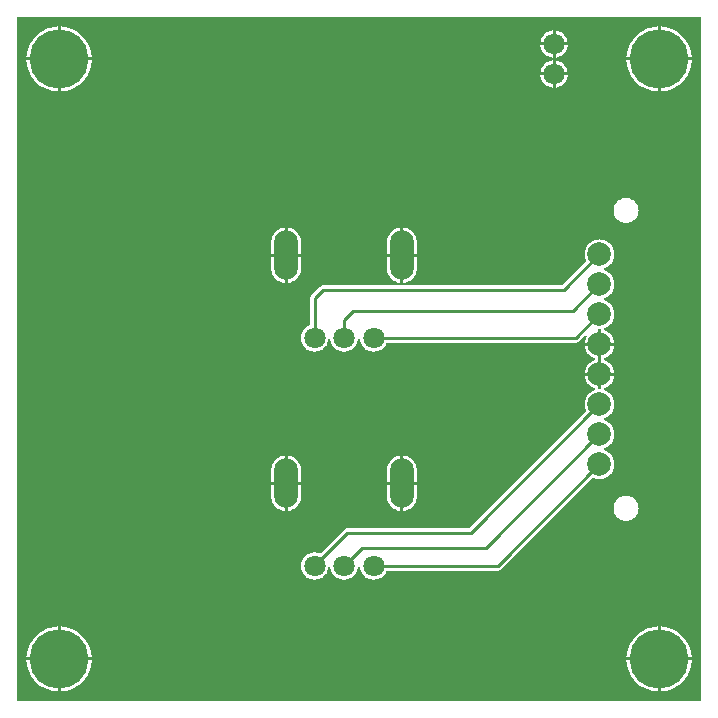
<source format=gtl>
G04 Layer: TopLayer*
G04 EasyEDA v6.5.22, 2022-12-26 15:03:30*
G04 20e87ce0830a48a89b1795290e5d5ea8,5a6b42c53f6a479593ecc07194224c93,10*
G04 Gerber Generator version 0.2*
G04 Scale: 100 percent, Rotated: No, Reflected: No *
G04 Dimensions in millimeters *
G04 leading zeros omitted , absolute positions ,4 integer and 5 decimal *
%FSLAX45Y45*%
%MOMM*%

%ADD10C,0.2540*%
%ADD11C,1.8001*%
%ADD12O,1.9999959999999999X4.19989*%
%ADD13C,5.0000*%
%ADD14C,1.8000*%
%ADD15C,2.0000*%
%ADD16C,0.0139*%

%LPD*%
G36*
X5805932Y25908D02*
G01*
X36068Y26416D01*
X32156Y27178D01*
X28905Y29362D01*
X26670Y32664D01*
X25908Y36576D01*
X25908Y5805932D01*
X26670Y5809843D01*
X28905Y5813094D01*
X32156Y5815330D01*
X36068Y5816092D01*
X5805932Y5816092D01*
X5809843Y5815330D01*
X5813094Y5813094D01*
X5815330Y5809843D01*
X5816092Y5805932D01*
X5816092Y36068D01*
X5815330Y32207D01*
X5813094Y28905D01*
X5809843Y26670D01*
G37*

%LPC*%
G36*
X4456887Y5600700D02*
G01*
X4559300Y5600700D01*
X4559300Y5702960D01*
X4550308Y5701842D01*
X4536186Y5698236D01*
X4522673Y5692851D01*
X4509922Y5685840D01*
X4498136Y5677306D01*
X4487519Y5667349D01*
X4478223Y5656122D01*
X4470450Y5643829D01*
X4464253Y5630672D01*
X4459732Y5616803D01*
X4457039Y5602528D01*
G37*
G36*
X393700Y105562D02*
G01*
X398322Y105664D01*
X421284Y108051D01*
X443992Y112369D01*
X466242Y118618D01*
X487934Y126644D01*
X508812Y136499D01*
X528828Y148031D01*
X547827Y161239D01*
X565607Y175971D01*
X582117Y192125D01*
X597204Y209600D01*
X610819Y228295D01*
X622757Y248107D01*
X633018Y268782D01*
X641553Y290271D01*
X648208Y312369D01*
X653034Y334975D01*
X655929Y357936D01*
X656336Y368300D01*
X393700Y368300D01*
G37*
G36*
X5448300Y105613D02*
G01*
X5448300Y368300D01*
X5185410Y368300D01*
X5187289Y346405D01*
X5191150Y323646D01*
X5196890Y301244D01*
X5204460Y279450D01*
X5213858Y258317D01*
X5224983Y238099D01*
X5237784Y218846D01*
X5252161Y200710D01*
X5267960Y183896D01*
X5285130Y168402D01*
X5303520Y154432D01*
X5323027Y142087D01*
X5343499Y131368D01*
X5364835Y122428D01*
X5386781Y115265D01*
X5409285Y109982D01*
X5432145Y106629D01*
G37*
G36*
X368300Y105613D02*
G01*
X368300Y368300D01*
X105410Y368300D01*
X107289Y346405D01*
X111150Y323646D01*
X116890Y301244D01*
X124460Y279450D01*
X133858Y258317D01*
X144983Y238099D01*
X157784Y218846D01*
X172161Y200710D01*
X187960Y183896D01*
X205130Y168402D01*
X223520Y154432D01*
X243027Y142087D01*
X263499Y131368D01*
X284835Y122428D01*
X306781Y115265D01*
X329285Y109982D01*
X352145Y106629D01*
G37*
G36*
X5473700Y393700D02*
G01*
X5736336Y393700D01*
X5735929Y404063D01*
X5733034Y427024D01*
X5728208Y449630D01*
X5721553Y471728D01*
X5713018Y493217D01*
X5702757Y513892D01*
X5690819Y533704D01*
X5677204Y552348D01*
X5662117Y569874D01*
X5645607Y586028D01*
X5627827Y600760D01*
X5608828Y613968D01*
X5588812Y625500D01*
X5567934Y635355D01*
X5546242Y643382D01*
X5523992Y649630D01*
X5501284Y653948D01*
X5478322Y656336D01*
X5473700Y656437D01*
G37*
G36*
X393700Y393700D02*
G01*
X656336Y393700D01*
X655929Y404063D01*
X653034Y427024D01*
X648208Y449630D01*
X641553Y471728D01*
X633018Y493217D01*
X622757Y513892D01*
X610819Y533704D01*
X597204Y552348D01*
X582117Y569874D01*
X565607Y586028D01*
X547827Y600760D01*
X528828Y613968D01*
X508812Y625500D01*
X487934Y635355D01*
X466242Y643382D01*
X443992Y649630D01*
X421284Y653948D01*
X398322Y656336D01*
X393700Y656437D01*
G37*
G36*
X5185410Y393700D02*
G01*
X5448300Y393700D01*
X5448300Y656386D01*
X5432145Y655370D01*
X5409285Y652018D01*
X5386781Y646734D01*
X5364835Y639572D01*
X5343499Y630631D01*
X5323027Y619912D01*
X5303520Y607568D01*
X5285130Y593598D01*
X5267960Y578104D01*
X5252161Y561289D01*
X5237784Y543153D01*
X5224983Y523900D01*
X5213858Y503682D01*
X5204460Y482549D01*
X5196890Y460756D01*
X5191150Y438353D01*
X5187289Y415594D01*
G37*
G36*
X105410Y393700D02*
G01*
X368300Y393700D01*
X368300Y656386D01*
X352145Y655370D01*
X329285Y652018D01*
X306781Y646734D01*
X284835Y639572D01*
X263499Y630631D01*
X243027Y619912D01*
X223520Y607568D01*
X205130Y593598D01*
X187960Y578104D01*
X172161Y561289D01*
X157784Y543153D01*
X144983Y523900D01*
X133858Y503682D01*
X124460Y482549D01*
X116890Y460756D01*
X111150Y438353D01*
X107289Y415594D01*
G37*
G36*
X2536698Y1052728D02*
G01*
X2551277Y1052728D01*
X2565704Y1054557D01*
X2579776Y1058164D01*
X2593340Y1063548D01*
X2606090Y1070559D01*
X2617876Y1079093D01*
X2628442Y1089050D01*
X2637739Y1100277D01*
X2645562Y1112570D01*
X2651760Y1125728D01*
X2656230Y1139596D01*
X2659024Y1154125D01*
X2660497Y1157833D01*
X2663291Y1160627D01*
X2667000Y1162202D01*
X2670962Y1162202D01*
X2674670Y1160627D01*
X2677464Y1157833D01*
X2678988Y1154125D01*
X2681732Y1139596D01*
X2686253Y1125728D01*
X2692450Y1112570D01*
X2700223Y1100277D01*
X2709519Y1089050D01*
X2720136Y1079093D01*
X2731871Y1070559D01*
X2744673Y1063548D01*
X2758186Y1058164D01*
X2772257Y1054557D01*
X2786735Y1052728D01*
X2801264Y1052728D01*
X2815691Y1054557D01*
X2829814Y1058164D01*
X2843326Y1063548D01*
X2856077Y1070559D01*
X2867863Y1079093D01*
X2878480Y1089050D01*
X2887776Y1100277D01*
X2895549Y1112570D01*
X2901746Y1125728D01*
X2906268Y1139596D01*
X2909011Y1154074D01*
X2910484Y1157732D01*
X2913329Y1160576D01*
X2916986Y1162100D01*
X2921000Y1162100D01*
X2924657Y1160576D01*
X2927451Y1157732D01*
X2928975Y1154074D01*
X2931718Y1139596D01*
X2936240Y1125728D01*
X2942437Y1112570D01*
X2950210Y1100277D01*
X2959506Y1089050D01*
X2970123Y1079093D01*
X2981858Y1070559D01*
X2994660Y1063548D01*
X3008172Y1058164D01*
X3022244Y1054557D01*
X3036722Y1052728D01*
X3051251Y1052728D01*
X3065678Y1054557D01*
X3079800Y1058164D01*
X3093313Y1063548D01*
X3106064Y1070559D01*
X3117850Y1079093D01*
X3128467Y1089050D01*
X3137763Y1100277D01*
X3145536Y1112570D01*
X3150920Y1123950D01*
X3153156Y1127048D01*
X3156356Y1129080D01*
X3160115Y1129792D01*
X4095242Y1129792D01*
X4103268Y1130604D01*
X4110482Y1132789D01*
X4117187Y1136345D01*
X4123385Y1141476D01*
X4894224Y1912264D01*
X4897628Y1914499D01*
X4901590Y1915261D01*
X4905603Y1914347D01*
X4911953Y1911502D01*
X4926482Y1906981D01*
X4941417Y1904238D01*
X4956606Y1903323D01*
X4971745Y1904238D01*
X4986731Y1906981D01*
X5001209Y1911502D01*
X5015077Y1917750D01*
X5028082Y1925574D01*
X5040071Y1934972D01*
X5050840Y1945741D01*
X5060188Y1957679D01*
X5068062Y1970684D01*
X5074310Y1984552D01*
X5078831Y1999081D01*
X5081574Y2014016D01*
X5082489Y2029206D01*
X5081574Y2044395D01*
X5078831Y2059330D01*
X5074310Y2073859D01*
X5068062Y2087676D01*
X5060188Y2100732D01*
X5050840Y2112670D01*
X5040071Y2123440D01*
X5028082Y2132787D01*
X5015077Y2140661D01*
X5001158Y2146909D01*
X4998008Y2149144D01*
X4995926Y2152396D01*
X4995164Y2156206D01*
X4995926Y2160016D01*
X4998008Y2163216D01*
X5001158Y2165451D01*
X5015077Y2171750D01*
X5028082Y2179574D01*
X5040071Y2188972D01*
X5050840Y2199741D01*
X5060188Y2211679D01*
X5068062Y2224684D01*
X5074310Y2238552D01*
X5078831Y2253081D01*
X5081574Y2268016D01*
X5082489Y2283206D01*
X5081574Y2298395D01*
X5078831Y2313330D01*
X5074310Y2327859D01*
X5068062Y2341676D01*
X5060188Y2354732D01*
X5050840Y2366670D01*
X5040071Y2377440D01*
X5028082Y2386787D01*
X5015077Y2394661D01*
X5001158Y2400909D01*
X4998008Y2403144D01*
X4995926Y2406396D01*
X4995164Y2410206D01*
X4995926Y2414016D01*
X4998008Y2417216D01*
X5001158Y2419451D01*
X5015077Y2425750D01*
X5028082Y2433574D01*
X5040071Y2442972D01*
X5050840Y2453741D01*
X5060188Y2465679D01*
X5068062Y2478684D01*
X5074310Y2492552D01*
X5078831Y2507081D01*
X5081574Y2522016D01*
X5082489Y2537206D01*
X5081574Y2552395D01*
X5078831Y2567330D01*
X5074310Y2581859D01*
X5068062Y2595676D01*
X5060188Y2608732D01*
X5050840Y2620670D01*
X5040071Y2631440D01*
X5028082Y2640787D01*
X5015077Y2648661D01*
X5001158Y2654909D01*
X4998008Y2657144D01*
X4995926Y2660396D01*
X4995164Y2664206D01*
X4995926Y2668016D01*
X4998008Y2671216D01*
X5001158Y2673451D01*
X5015077Y2679750D01*
X5028082Y2687574D01*
X5040071Y2696972D01*
X5050840Y2707741D01*
X5060188Y2719679D01*
X5068062Y2732684D01*
X5074310Y2746552D01*
X5078831Y2761081D01*
X5081574Y2776016D01*
X5081727Y2778506D01*
X4969306Y2778506D01*
X4969306Y2673096D01*
X4968494Y2669235D01*
X4966309Y2665933D01*
X4963007Y2663748D01*
X4959146Y2662936D01*
X4954066Y2662936D01*
X4950155Y2663748D01*
X4946853Y2665933D01*
X4944668Y2669235D01*
X4943906Y2673096D01*
X4943906Y2778506D01*
X4831486Y2778506D01*
X4831638Y2776016D01*
X4834382Y2761081D01*
X4838903Y2746552D01*
X4845100Y2732684D01*
X4852974Y2719679D01*
X4862372Y2707741D01*
X4873091Y2696972D01*
X4885080Y2687574D01*
X4898085Y2679750D01*
X4912004Y2673451D01*
X4915154Y2671216D01*
X4917287Y2668016D01*
X4917998Y2664206D01*
X4917287Y2660396D01*
X4915154Y2657144D01*
X4912004Y2654909D01*
X4898085Y2648661D01*
X4885080Y2640787D01*
X4873091Y2631440D01*
X4862372Y2620670D01*
X4852974Y2608732D01*
X4845100Y2595676D01*
X4838903Y2581859D01*
X4834382Y2567330D01*
X4831638Y2552395D01*
X4830724Y2537206D01*
X4831638Y2522016D01*
X4834382Y2507081D01*
X4838903Y2492552D01*
X4841748Y2486253D01*
X4842611Y2482240D01*
X4841900Y2478278D01*
X4839665Y2474874D01*
X3854145Y1489405D01*
X3850843Y1487170D01*
X3846982Y1486408D01*
X2819908Y1486408D01*
X2811881Y1485595D01*
X2804617Y1483410D01*
X2797962Y1479854D01*
X2791764Y1474724D01*
X2595829Y1278839D01*
X2592578Y1276654D01*
X2588768Y1275892D01*
X2584907Y1276604D01*
X2579776Y1278636D01*
X2565704Y1282242D01*
X2551277Y1284071D01*
X2536698Y1284071D01*
X2522270Y1282242D01*
X2508148Y1278636D01*
X2494635Y1273251D01*
X2481884Y1266240D01*
X2470099Y1257706D01*
X2459482Y1247749D01*
X2450236Y1236522D01*
X2442413Y1224229D01*
X2436215Y1211072D01*
X2431745Y1197203D01*
X2429002Y1182928D01*
X2428087Y1168400D01*
X2429002Y1153871D01*
X2431745Y1139596D01*
X2436215Y1125728D01*
X2442413Y1112570D01*
X2450236Y1100277D01*
X2459482Y1089050D01*
X2470099Y1079093D01*
X2481884Y1070559D01*
X2494635Y1063548D01*
X2508148Y1058164D01*
X2522270Y1054557D01*
G37*
G36*
X4584700Y5600700D02*
G01*
X4687112Y5600700D01*
X4686960Y5602528D01*
X4684268Y5616803D01*
X4679746Y5630672D01*
X4673549Y5643829D01*
X4665776Y5656122D01*
X4656480Y5667349D01*
X4645863Y5677306D01*
X4634077Y5685840D01*
X4621326Y5692851D01*
X4607814Y5698236D01*
X4593691Y5701842D01*
X4584700Y5702960D01*
G37*
G36*
X105410Y5473700D02*
G01*
X368300Y5473700D01*
X368300Y5736386D01*
X352145Y5735370D01*
X329285Y5732018D01*
X306781Y5726734D01*
X284835Y5719572D01*
X263499Y5710631D01*
X243027Y5699912D01*
X223520Y5687568D01*
X205130Y5673598D01*
X187960Y5658104D01*
X172161Y5641289D01*
X157784Y5623153D01*
X144983Y5603900D01*
X133858Y5583682D01*
X124460Y5562549D01*
X116890Y5540756D01*
X111150Y5518353D01*
X107289Y5495594D01*
G37*
G36*
X5185410Y5473700D02*
G01*
X5448300Y5473700D01*
X5448300Y5736386D01*
X5432145Y5735370D01*
X5409285Y5732018D01*
X5386781Y5726734D01*
X5364835Y5719572D01*
X5343499Y5710631D01*
X5323027Y5699912D01*
X5303520Y5687568D01*
X5285130Y5673598D01*
X5267960Y5658104D01*
X5252161Y5641289D01*
X5237784Y5623153D01*
X5224983Y5603900D01*
X5213858Y5583682D01*
X5204460Y5562549D01*
X5196890Y5540756D01*
X5191150Y5518353D01*
X5187289Y5495594D01*
G37*
G36*
X5181600Y1551736D02*
G01*
X5195417Y1552600D01*
X5208981Y1555343D01*
X5222138Y1559763D01*
X5234533Y1565910D01*
X5246065Y1573580D01*
X5256479Y1582724D01*
X5265623Y1593138D01*
X5273294Y1604670D01*
X5279440Y1617065D01*
X5283860Y1630222D01*
X5286603Y1643786D01*
X5287467Y1657604D01*
X5286603Y1671421D01*
X5283860Y1684985D01*
X5279440Y1698142D01*
X5273294Y1710537D01*
X5265623Y1722069D01*
X5256479Y1732483D01*
X5246065Y1741627D01*
X5234533Y1749298D01*
X5222138Y1755444D01*
X5208981Y1759864D01*
X5195417Y1762607D01*
X5181600Y1763471D01*
X5167782Y1762607D01*
X5154218Y1759864D01*
X5141061Y1755444D01*
X5128666Y1749298D01*
X5117134Y1741627D01*
X5106720Y1732483D01*
X5097576Y1722069D01*
X5089906Y1710537D01*
X5083759Y1698142D01*
X5079339Y1684985D01*
X5076596Y1671421D01*
X5075732Y1657604D01*
X5076596Y1643786D01*
X5079339Y1630222D01*
X5083759Y1617065D01*
X5089906Y1604670D01*
X5097576Y1593138D01*
X5106720Y1582724D01*
X5117134Y1573580D01*
X5128666Y1565910D01*
X5141061Y1559763D01*
X5154218Y1555343D01*
X5167782Y1552600D01*
G37*
G36*
X2316683Y1633270D02*
G01*
X2319172Y1633423D01*
X2334107Y1636166D01*
X2348636Y1640687D01*
X2362504Y1646936D01*
X2375509Y1654810D01*
X2387498Y1664157D01*
X2398217Y1674926D01*
X2407615Y1686915D01*
X2415489Y1699920D01*
X2421686Y1713738D01*
X2426208Y1728266D01*
X2428951Y1743252D01*
X2429916Y1758696D01*
X2429916Y1855673D01*
X2316683Y1855673D01*
G37*
G36*
X3296716Y1633270D02*
G01*
X3299155Y1633423D01*
X3314141Y1636166D01*
X3328619Y1640687D01*
X3342487Y1646936D01*
X3355492Y1654810D01*
X3367481Y1664157D01*
X3378200Y1674926D01*
X3387598Y1686915D01*
X3395472Y1699920D01*
X3401720Y1713738D01*
X3406241Y1728266D01*
X3408984Y1743252D01*
X3409899Y1758696D01*
X3409899Y1855673D01*
X3296716Y1855673D01*
G37*
G36*
X2291283Y1633270D02*
G01*
X2291283Y1855673D01*
X2178100Y1855673D01*
X2178100Y1758696D01*
X2179015Y1743252D01*
X2181758Y1728266D01*
X2186279Y1713738D01*
X2192528Y1699920D01*
X2200402Y1686915D01*
X2209749Y1674926D01*
X2220518Y1664157D01*
X2232507Y1654810D01*
X2245512Y1646936D01*
X2259330Y1640687D01*
X2273858Y1636166D01*
X2288844Y1633423D01*
G37*
G36*
X3271316Y1633270D02*
G01*
X3271316Y1855673D01*
X3158083Y1855673D01*
X3158083Y1758696D01*
X3158998Y1743252D01*
X3161741Y1728266D01*
X3166262Y1713738D01*
X3172510Y1699920D01*
X3180384Y1686915D01*
X3189782Y1674926D01*
X3200501Y1664157D01*
X3212490Y1654810D01*
X3225495Y1646936D01*
X3239363Y1640687D01*
X3253841Y1636166D01*
X3268827Y1633423D01*
G37*
G36*
X2316683Y1881073D02*
G01*
X2429916Y1881073D01*
X2429916Y1978101D01*
X2428951Y1993544D01*
X2426208Y2008530D01*
X2421686Y2023059D01*
X2415489Y2036876D01*
X2407615Y2049881D01*
X2398217Y2061870D01*
X2387498Y2072639D01*
X2375509Y2081987D01*
X2362504Y2089861D01*
X2348636Y2096109D01*
X2334107Y2100630D01*
X2319172Y2103374D01*
X2316683Y2103526D01*
G37*
G36*
X3296716Y1881073D02*
G01*
X3409899Y1881073D01*
X3409899Y1978101D01*
X3408984Y1993544D01*
X3406241Y2008530D01*
X3401720Y2023059D01*
X3395472Y2036876D01*
X3387598Y2049881D01*
X3378200Y2061870D01*
X3367481Y2072639D01*
X3355492Y2081987D01*
X3342487Y2089861D01*
X3328619Y2096109D01*
X3314141Y2100630D01*
X3299155Y2103374D01*
X3296716Y2103526D01*
G37*
G36*
X2178100Y1881073D02*
G01*
X2291283Y1881073D01*
X2291283Y2103526D01*
X2288844Y2103374D01*
X2273858Y2100630D01*
X2259330Y2096109D01*
X2245512Y2089861D01*
X2232507Y2081987D01*
X2220518Y2072639D01*
X2209749Y2061870D01*
X2200402Y2049881D01*
X2192528Y2036876D01*
X2186279Y2023059D01*
X2181758Y2008530D01*
X2179015Y1993544D01*
X2178100Y1978101D01*
G37*
G36*
X3158083Y1881073D02*
G01*
X3271316Y1881073D01*
X3271316Y2103526D01*
X3268827Y2103374D01*
X3253841Y2100630D01*
X3239363Y2096109D01*
X3225495Y2089861D01*
X3212490Y2081987D01*
X3200501Y2072639D01*
X3189782Y2061870D01*
X3180384Y2049881D01*
X3172510Y2036876D01*
X3166262Y2023059D01*
X3161741Y2008530D01*
X3158998Y1993544D01*
X3158083Y1978101D01*
G37*
G36*
X5473700Y5473700D02*
G01*
X5736336Y5473700D01*
X5735929Y5484063D01*
X5733034Y5507024D01*
X5728208Y5529630D01*
X5721553Y5551728D01*
X5713018Y5573217D01*
X5702757Y5593892D01*
X5690819Y5613704D01*
X5677204Y5632348D01*
X5662117Y5649874D01*
X5645607Y5666028D01*
X5627827Y5680760D01*
X5608828Y5693968D01*
X5588812Y5705500D01*
X5567934Y5715355D01*
X5546242Y5723382D01*
X5523992Y5729630D01*
X5501284Y5733948D01*
X5478322Y5736336D01*
X5473700Y5736437D01*
G37*
G36*
X393700Y5473700D02*
G01*
X656336Y5473700D01*
X655929Y5484063D01*
X653034Y5507024D01*
X648208Y5529630D01*
X641553Y5551728D01*
X633018Y5573217D01*
X622757Y5593892D01*
X610819Y5613704D01*
X597204Y5632348D01*
X582117Y5649874D01*
X565607Y5666028D01*
X547827Y5680760D01*
X528828Y5693968D01*
X508812Y5705500D01*
X487934Y5715355D01*
X466242Y5723382D01*
X443992Y5729630D01*
X421284Y5733948D01*
X398322Y5736336D01*
X393700Y5736437D01*
G37*
G36*
X4831486Y2803906D02*
G01*
X4943906Y2803906D01*
X4943906Y3032506D01*
X4831486Y3032506D01*
X4831638Y3030016D01*
X4834382Y3015081D01*
X4838903Y3000552D01*
X4845100Y2986684D01*
X4852974Y2973679D01*
X4862372Y2961741D01*
X4873091Y2950972D01*
X4885080Y2941574D01*
X4898085Y2933750D01*
X4912004Y2927451D01*
X4915154Y2925216D01*
X4917287Y2922016D01*
X4917998Y2918206D01*
X4917287Y2914396D01*
X4915154Y2911144D01*
X4912004Y2908909D01*
X4898085Y2902661D01*
X4885080Y2894787D01*
X4873091Y2885440D01*
X4862372Y2874670D01*
X4852974Y2862732D01*
X4845100Y2849676D01*
X4838903Y2835859D01*
X4834382Y2821330D01*
X4831638Y2806395D01*
G37*
G36*
X4969306Y2803906D02*
G01*
X5081727Y2803906D01*
X5081574Y2806395D01*
X5078831Y2821330D01*
X5074310Y2835859D01*
X5068062Y2849676D01*
X5060188Y2862732D01*
X5050840Y2874670D01*
X5040071Y2885440D01*
X5028082Y2894787D01*
X5015077Y2902661D01*
X5001158Y2908909D01*
X4998008Y2911144D01*
X4995926Y2914396D01*
X4995164Y2918206D01*
X4995926Y2922016D01*
X4998008Y2925216D01*
X5001158Y2927451D01*
X5015077Y2933750D01*
X5028082Y2941574D01*
X5040071Y2950972D01*
X5050840Y2961741D01*
X5060188Y2973679D01*
X5068062Y2986684D01*
X5074310Y3000552D01*
X5078831Y3015081D01*
X5081574Y3030016D01*
X5081727Y3032506D01*
X4969306Y3032506D01*
G37*
G36*
X2536698Y2983128D02*
G01*
X2551277Y2983128D01*
X2565704Y2984957D01*
X2579776Y2988564D01*
X2593340Y2993948D01*
X2606090Y3000959D01*
X2617876Y3009493D01*
X2628442Y3019450D01*
X2637739Y3030677D01*
X2645562Y3042970D01*
X2651760Y3056128D01*
X2656230Y3069996D01*
X2659024Y3084525D01*
X2660497Y3088233D01*
X2663291Y3091027D01*
X2667000Y3092551D01*
X2670962Y3092551D01*
X2674670Y3091027D01*
X2677464Y3088233D01*
X2678988Y3084525D01*
X2681732Y3069996D01*
X2686253Y3056128D01*
X2692450Y3042970D01*
X2700223Y3030677D01*
X2709519Y3019450D01*
X2720136Y3009493D01*
X2731871Y3000959D01*
X2744673Y2993948D01*
X2758186Y2988564D01*
X2772257Y2984957D01*
X2786735Y2983128D01*
X2801264Y2983128D01*
X2815691Y2984957D01*
X2829814Y2988564D01*
X2843326Y2993948D01*
X2856077Y3000959D01*
X2867863Y3009493D01*
X2878480Y3019450D01*
X2887776Y3030677D01*
X2895549Y3042970D01*
X2901746Y3056128D01*
X2906268Y3069996D01*
X2909011Y3084474D01*
X2910484Y3088132D01*
X2913329Y3090976D01*
X2916986Y3092500D01*
X2921000Y3092500D01*
X2924657Y3090976D01*
X2927451Y3088132D01*
X2928975Y3084474D01*
X2931718Y3069996D01*
X2936240Y3056128D01*
X2942437Y3042970D01*
X2950210Y3030677D01*
X2959506Y3019450D01*
X2970123Y3009493D01*
X2981858Y3000959D01*
X2994660Y2993948D01*
X3008172Y2988564D01*
X3022244Y2984957D01*
X3036722Y2983128D01*
X3051251Y2983128D01*
X3065678Y2984957D01*
X3079800Y2988564D01*
X3093313Y2993948D01*
X3106064Y3000959D01*
X3117850Y3009493D01*
X3128467Y3019450D01*
X3137763Y3030677D01*
X3145536Y3042970D01*
X3150920Y3054350D01*
X3153156Y3057448D01*
X3156356Y3059480D01*
X3160115Y3060192D01*
X4755692Y3060192D01*
X4763668Y3060954D01*
X4770932Y3063189D01*
X4777587Y3066745D01*
X4783836Y3071825D01*
X4830978Y3118967D01*
X4834483Y3121253D01*
X4838598Y3121964D01*
X4842611Y3120898D01*
X4845913Y3118358D01*
X4847894Y3114649D01*
X4848199Y3110484D01*
X4846828Y3106572D01*
X4845100Y3103676D01*
X4838903Y3089859D01*
X4834382Y3075330D01*
X4831638Y3060395D01*
X4831486Y3057906D01*
X4943906Y3057906D01*
X4943906Y3163265D01*
X4944668Y3167176D01*
X4946853Y3170478D01*
X4950155Y3172663D01*
X4954066Y3173425D01*
X4959146Y3173425D01*
X4963007Y3172663D01*
X4966309Y3170478D01*
X4968494Y3167176D01*
X4969306Y3163265D01*
X4969306Y3057906D01*
X5081727Y3057906D01*
X5081574Y3060395D01*
X5078831Y3075330D01*
X5074310Y3089859D01*
X5068062Y3103676D01*
X5060188Y3116732D01*
X5050840Y3128670D01*
X5040071Y3139440D01*
X5028082Y3148787D01*
X5015077Y3156661D01*
X5001158Y3162909D01*
X4998008Y3165144D01*
X4995926Y3168396D01*
X4995164Y3172206D01*
X4995926Y3176016D01*
X4998008Y3179216D01*
X5001158Y3181451D01*
X5015077Y3187750D01*
X5028082Y3195574D01*
X5040071Y3204972D01*
X5050840Y3215741D01*
X5060188Y3227679D01*
X5068062Y3240684D01*
X5074310Y3254552D01*
X5078831Y3269081D01*
X5081574Y3284016D01*
X5082489Y3299206D01*
X5081574Y3314395D01*
X5078831Y3329330D01*
X5074310Y3343859D01*
X5068062Y3357676D01*
X5060188Y3370732D01*
X5050840Y3382670D01*
X5040071Y3393440D01*
X5028082Y3402787D01*
X5015077Y3410661D01*
X5001158Y3416909D01*
X4998008Y3419144D01*
X4995926Y3422396D01*
X4995164Y3426206D01*
X4995926Y3430015D01*
X4998008Y3433216D01*
X5001158Y3435451D01*
X5015077Y3441750D01*
X5028082Y3449574D01*
X5040071Y3458972D01*
X5050840Y3469741D01*
X5060188Y3481679D01*
X5068062Y3494684D01*
X5074310Y3508552D01*
X5078831Y3523081D01*
X5081574Y3538016D01*
X5082489Y3553206D01*
X5081574Y3568395D01*
X5078831Y3583330D01*
X5074310Y3597859D01*
X5068062Y3611676D01*
X5060188Y3624732D01*
X5050840Y3636670D01*
X5040071Y3647440D01*
X5028082Y3656787D01*
X5015077Y3664661D01*
X5001158Y3670909D01*
X4998008Y3673144D01*
X4995926Y3676396D01*
X4995164Y3680206D01*
X4995926Y3684015D01*
X4998008Y3687216D01*
X5001158Y3689451D01*
X5015077Y3695750D01*
X5028082Y3703574D01*
X5040071Y3712972D01*
X5050840Y3723741D01*
X5060188Y3735679D01*
X5068062Y3748684D01*
X5074310Y3762552D01*
X5078831Y3777081D01*
X5081574Y3792016D01*
X5082489Y3807206D01*
X5081574Y3822395D01*
X5078831Y3837330D01*
X5074310Y3851859D01*
X5068062Y3865676D01*
X5060188Y3878732D01*
X5050840Y3890670D01*
X5040071Y3901440D01*
X5028082Y3910787D01*
X5015077Y3918661D01*
X5001209Y3924909D01*
X4986731Y3929430D01*
X4971745Y3932174D01*
X4956606Y3933088D01*
X4941417Y3932174D01*
X4926482Y3929430D01*
X4911953Y3924909D01*
X4898085Y3918661D01*
X4885080Y3910787D01*
X4873091Y3901440D01*
X4862372Y3890670D01*
X4852974Y3878732D01*
X4845100Y3865676D01*
X4838903Y3851859D01*
X4834382Y3837330D01*
X4831638Y3822395D01*
X4830724Y3807206D01*
X4831638Y3792016D01*
X4834382Y3777081D01*
X4838903Y3762552D01*
X4841748Y3756253D01*
X4842611Y3752240D01*
X4841900Y3748278D01*
X4839665Y3744874D01*
X4641545Y3546754D01*
X4638243Y3544570D01*
X4634382Y3543808D01*
X3301644Y3543808D01*
X3297478Y3544671D01*
X3294024Y3547262D01*
X3290417Y3544570D01*
X3286556Y3543808D01*
X3281476Y3543808D01*
X3277565Y3544570D01*
X3273907Y3547211D01*
X3270503Y3544671D01*
X3266338Y3543808D01*
X2616708Y3543808D01*
X2608681Y3542995D01*
X2601417Y3540810D01*
X2594762Y3537254D01*
X2588564Y3532124D01*
X2517038Y3460648D01*
X2511907Y3454400D01*
X2508351Y3447745D01*
X2506167Y3440480D01*
X2505354Y3432505D01*
X2505354Y3214827D01*
X2504592Y3210864D01*
X2502306Y3207562D01*
X2498953Y3205378D01*
X2494635Y3203651D01*
X2481884Y3196640D01*
X2470099Y3188106D01*
X2459482Y3178149D01*
X2450236Y3166922D01*
X2442413Y3154629D01*
X2436215Y3141472D01*
X2431745Y3127603D01*
X2429002Y3113328D01*
X2428087Y3098800D01*
X2429002Y3084271D01*
X2431745Y3069996D01*
X2436215Y3056128D01*
X2442413Y3042970D01*
X2450236Y3030677D01*
X2459482Y3019450D01*
X2470099Y3009493D01*
X2481884Y3000959D01*
X2494635Y2993948D01*
X2508148Y2988564D01*
X2522270Y2984957D01*
G37*
G36*
X4559300Y5473039D02*
G01*
X4559300Y5575300D01*
X4456887Y5575300D01*
X4457039Y5573471D01*
X4459732Y5559196D01*
X4464253Y5545328D01*
X4470450Y5532170D01*
X4478223Y5519877D01*
X4487519Y5508650D01*
X4498136Y5498693D01*
X4509922Y5490159D01*
X4522673Y5483148D01*
X4536186Y5477764D01*
X4550308Y5474157D01*
G37*
G36*
X4584700Y5473039D02*
G01*
X4593691Y5474157D01*
X4607814Y5477764D01*
X4621326Y5483148D01*
X4634077Y5490159D01*
X4645863Y5498693D01*
X4656480Y5508650D01*
X4665776Y5519877D01*
X4673549Y5532170D01*
X4679746Y5545328D01*
X4684268Y5559196D01*
X4686960Y5573471D01*
X4687112Y5575300D01*
X4584700Y5575300D01*
G37*
G36*
X5473700Y105562D02*
G01*
X5478322Y105664D01*
X5501284Y108051D01*
X5523992Y112369D01*
X5546242Y118618D01*
X5567934Y126644D01*
X5588812Y136499D01*
X5608828Y148031D01*
X5627827Y161239D01*
X5645607Y175971D01*
X5662117Y192125D01*
X5677204Y209600D01*
X5690819Y228295D01*
X5702757Y248107D01*
X5713018Y268782D01*
X5721553Y290271D01*
X5728208Y312369D01*
X5733034Y334975D01*
X5735929Y357936D01*
X5736336Y368300D01*
X5473700Y368300D01*
G37*
G36*
X4456887Y5346700D02*
G01*
X4559300Y5346700D01*
X4559300Y5448960D01*
X4550308Y5447842D01*
X4536186Y5444236D01*
X4522673Y5438851D01*
X4509922Y5431840D01*
X4498136Y5423306D01*
X4487519Y5413349D01*
X4478223Y5402122D01*
X4470450Y5389829D01*
X4464253Y5376672D01*
X4459732Y5362803D01*
X4457039Y5348528D01*
G37*
G36*
X4584700Y5346700D02*
G01*
X4687112Y5346700D01*
X4686960Y5348528D01*
X4684268Y5362803D01*
X4679746Y5376672D01*
X4673549Y5389829D01*
X4665776Y5402122D01*
X4656480Y5413349D01*
X4645863Y5423306D01*
X4634077Y5431840D01*
X4621326Y5438851D01*
X4607814Y5444236D01*
X4593691Y5447842D01*
X4584700Y5448960D01*
G37*
G36*
X4559300Y5219039D02*
G01*
X4559300Y5321300D01*
X4456887Y5321300D01*
X4457039Y5319471D01*
X4459732Y5305196D01*
X4464253Y5291328D01*
X4470450Y5278170D01*
X4478223Y5265877D01*
X4487519Y5254650D01*
X4498136Y5244693D01*
X4509922Y5236159D01*
X4522673Y5229148D01*
X4536186Y5223764D01*
X4550308Y5220157D01*
G37*
G36*
X3296716Y3562654D02*
G01*
X3299815Y3563975D01*
X3314141Y3566566D01*
X3328619Y3571087D01*
X3342487Y3577336D01*
X3355492Y3585210D01*
X3367481Y3594557D01*
X3378200Y3605326D01*
X3387598Y3617315D01*
X3395472Y3630320D01*
X3401720Y3644137D01*
X3406241Y3658666D01*
X3408984Y3673652D01*
X3409899Y3689096D01*
X3409899Y3786073D01*
X3296716Y3786073D01*
G37*
G36*
X3271316Y3562654D02*
G01*
X3271316Y3786073D01*
X3158083Y3786073D01*
X3158083Y3689096D01*
X3158998Y3673652D01*
X3161741Y3658666D01*
X3166262Y3644137D01*
X3172510Y3630320D01*
X3180384Y3617315D01*
X3189782Y3605326D01*
X3200501Y3594557D01*
X3212490Y3585210D01*
X3225495Y3577336D01*
X3239363Y3571087D01*
X3253841Y3566566D01*
X3268167Y3563975D01*
G37*
G36*
X2316683Y3563670D02*
G01*
X2319172Y3563823D01*
X2334107Y3566566D01*
X2348636Y3571087D01*
X2362504Y3577336D01*
X2375509Y3585210D01*
X2387498Y3594557D01*
X2398217Y3605326D01*
X2407615Y3617315D01*
X2415489Y3630320D01*
X2421686Y3644137D01*
X2426208Y3658666D01*
X2428951Y3673652D01*
X2429916Y3689096D01*
X2429916Y3786073D01*
X2316683Y3786073D01*
G37*
G36*
X2291283Y3563670D02*
G01*
X2291283Y3786073D01*
X2178100Y3786073D01*
X2178100Y3689096D01*
X2179015Y3673652D01*
X2181758Y3658666D01*
X2186279Y3644137D01*
X2192528Y3630320D01*
X2200402Y3617315D01*
X2209749Y3605326D01*
X2220518Y3594557D01*
X2232507Y3585210D01*
X2245512Y3577336D01*
X2259330Y3571087D01*
X2273858Y3566566D01*
X2288844Y3563823D01*
G37*
G36*
X3158083Y3811473D02*
G01*
X3271316Y3811473D01*
X3271316Y4033926D01*
X3268827Y4033774D01*
X3253841Y4031030D01*
X3239363Y4026509D01*
X3225495Y4020261D01*
X3212490Y4012387D01*
X3200501Y4003040D01*
X3189782Y3992270D01*
X3180384Y3980281D01*
X3172510Y3967276D01*
X3166262Y3953459D01*
X3161741Y3938930D01*
X3158998Y3923944D01*
X3158083Y3908501D01*
G37*
G36*
X2316683Y3811473D02*
G01*
X2429916Y3811473D01*
X2429916Y3908501D01*
X2428951Y3923944D01*
X2426208Y3938930D01*
X2421686Y3953459D01*
X2415489Y3967276D01*
X2407615Y3980281D01*
X2398217Y3992270D01*
X2387498Y4003040D01*
X2375509Y4012387D01*
X2362504Y4020261D01*
X2348636Y4026509D01*
X2334107Y4031030D01*
X2319172Y4033774D01*
X2316683Y4033926D01*
G37*
G36*
X2178100Y3811473D02*
G01*
X2291283Y3811473D01*
X2291283Y4033926D01*
X2288844Y4033774D01*
X2273858Y4031030D01*
X2259330Y4026509D01*
X2245512Y4020261D01*
X2232507Y4012387D01*
X2220518Y4003040D01*
X2209749Y3992270D01*
X2200402Y3980281D01*
X2192528Y3967276D01*
X2186279Y3953459D01*
X2181758Y3938930D01*
X2179015Y3923944D01*
X2178100Y3908501D01*
G37*
G36*
X3296716Y3811473D02*
G01*
X3409899Y3811473D01*
X3409899Y3908501D01*
X3408984Y3923944D01*
X3406241Y3938930D01*
X3401720Y3953459D01*
X3395472Y3967276D01*
X3387598Y3980281D01*
X3378200Y3992270D01*
X3367481Y4003040D01*
X3355492Y4012387D01*
X3342487Y4020261D01*
X3328619Y4026509D01*
X3314141Y4031030D01*
X3299155Y4033774D01*
X3296716Y4033926D01*
G37*
G36*
X5181600Y4072890D02*
G01*
X5195417Y4073804D01*
X5208981Y4076496D01*
X5222138Y4080967D01*
X5234533Y4087063D01*
X5246065Y4094784D01*
X5256479Y4103928D01*
X5265623Y4114342D01*
X5273294Y4125823D01*
X5279440Y4138269D01*
X5283860Y4151376D01*
X5286603Y4164939D01*
X5287467Y4178757D01*
X5286603Y4192625D01*
X5283860Y4206189D01*
X5279440Y4219295D01*
X5273294Y4231741D01*
X5265623Y4243222D01*
X5256479Y4253636D01*
X5246065Y4262780D01*
X5234533Y4270502D01*
X5222138Y4276598D01*
X5208981Y4281068D01*
X5195417Y4283760D01*
X5181600Y4284675D01*
X5167782Y4283760D01*
X5154218Y4281068D01*
X5141061Y4276598D01*
X5128666Y4270502D01*
X5117134Y4262780D01*
X5106720Y4253636D01*
X5097576Y4243222D01*
X5089906Y4231741D01*
X5083759Y4219295D01*
X5079339Y4206189D01*
X5076596Y4192625D01*
X5075732Y4178757D01*
X5076596Y4164939D01*
X5079339Y4151376D01*
X5083759Y4138269D01*
X5089906Y4125823D01*
X5097576Y4114342D01*
X5106720Y4103928D01*
X5117134Y4094784D01*
X5128666Y4087063D01*
X5141061Y4080967D01*
X5154218Y4076496D01*
X5167782Y4073804D01*
G37*
G36*
X5473700Y5185562D02*
G01*
X5478322Y5185664D01*
X5501284Y5188051D01*
X5523992Y5192369D01*
X5546242Y5198618D01*
X5567934Y5206644D01*
X5588812Y5216499D01*
X5608828Y5228031D01*
X5627827Y5241239D01*
X5645607Y5255971D01*
X5662117Y5272125D01*
X5677204Y5289600D01*
X5690819Y5308295D01*
X5702757Y5328107D01*
X5713018Y5348782D01*
X5721553Y5370271D01*
X5728208Y5392369D01*
X5733034Y5414975D01*
X5735929Y5437936D01*
X5736336Y5448300D01*
X5473700Y5448300D01*
G37*
G36*
X393700Y5185562D02*
G01*
X398322Y5185664D01*
X421284Y5188051D01*
X443992Y5192369D01*
X466242Y5198618D01*
X487934Y5206644D01*
X508812Y5216499D01*
X528828Y5228031D01*
X547827Y5241239D01*
X565607Y5255971D01*
X582117Y5272125D01*
X597204Y5289600D01*
X610819Y5308295D01*
X622757Y5328107D01*
X633018Y5348782D01*
X641553Y5370271D01*
X648208Y5392369D01*
X653034Y5414975D01*
X655929Y5437936D01*
X656336Y5448300D01*
X393700Y5448300D01*
G37*
G36*
X5448300Y5185613D02*
G01*
X5448300Y5448300D01*
X5185410Y5448300D01*
X5187289Y5426405D01*
X5191150Y5403646D01*
X5196890Y5381244D01*
X5204460Y5359450D01*
X5213858Y5338318D01*
X5224983Y5318099D01*
X5237784Y5298846D01*
X5252161Y5280710D01*
X5267960Y5263896D01*
X5285130Y5248402D01*
X5303520Y5234432D01*
X5323027Y5222087D01*
X5343499Y5211368D01*
X5364835Y5202428D01*
X5386781Y5195265D01*
X5409285Y5189982D01*
X5432145Y5186629D01*
G37*
G36*
X368300Y5185613D02*
G01*
X368300Y5448300D01*
X105410Y5448300D01*
X107289Y5426405D01*
X111150Y5403646D01*
X116890Y5381244D01*
X124460Y5359450D01*
X133858Y5338318D01*
X144983Y5318099D01*
X157784Y5298846D01*
X172161Y5280710D01*
X187960Y5263896D01*
X205130Y5248402D01*
X223520Y5234432D01*
X243027Y5222087D01*
X263499Y5211368D01*
X284835Y5202428D01*
X306781Y5195265D01*
X329285Y5189982D01*
X352145Y5186629D01*
G37*
G36*
X4584700Y5219039D02*
G01*
X4593691Y5220157D01*
X4607814Y5223764D01*
X4621326Y5229148D01*
X4634077Y5236159D01*
X4645863Y5244693D01*
X4656480Y5254650D01*
X4665776Y5265877D01*
X4673549Y5278170D01*
X4679746Y5291328D01*
X4684268Y5305196D01*
X4686960Y5319471D01*
X4687112Y5321300D01*
X4584700Y5321300D01*
G37*

%LPD*%
D10*
X3043936Y1168400D02*
G01*
X4095750Y1168400D01*
X4956556Y2029205D01*
X2794000Y3098800D02*
G01*
X2794000Y3251200D01*
X2870200Y3327400D01*
X4730750Y3327400D01*
X4956556Y3553205D01*
X2543982Y1168397D02*
G01*
X2543982Y1172385D01*
X2819394Y1447797D01*
X3867172Y1447797D01*
X4956581Y2537205D01*
X2793994Y1168397D02*
G01*
X2946394Y1320797D01*
X3994172Y1320797D01*
X4956581Y2283205D01*
X3043981Y3098794D02*
G01*
X4756170Y3098794D01*
X4956581Y3299205D01*
X2543982Y3098794D02*
G01*
X2543982Y3432980D01*
X2616194Y3505192D01*
X4654567Y3505192D01*
X4956581Y3807205D01*
D11*
G01*
X2543987Y3098800D03*
G01*
X2794000Y3098800D03*
G01*
X3043986Y3098800D03*
D12*
G01*
X2303983Y3798798D03*
G01*
X3283991Y3798798D03*
D11*
G01*
X2543987Y1168400D03*
G01*
X2794000Y1168400D03*
G01*
X3043986Y1168400D03*
D12*
G01*
X2303983Y1868398D03*
G01*
X3283991Y1868398D03*
D13*
G01*
X381000Y5461000D03*
G01*
X5461000Y5461000D03*
G01*
X5461000Y381000D03*
G01*
X381000Y381000D03*
D14*
G01*
X4572000Y5588000D03*
G01*
X4572000Y5334000D03*
D15*
G01*
X4956581Y3807205D03*
G01*
X4956581Y3553205D03*
G01*
X4956581Y3299205D03*
G01*
X4956581Y3045205D03*
G01*
X4956581Y2791205D03*
G01*
X4956581Y2537205D03*
G01*
X4956581Y2283205D03*
G01*
X4956581Y2029205D03*
M02*

</source>
